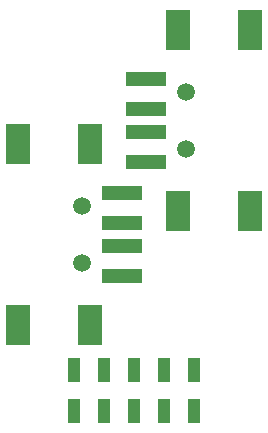
<source format=gbr>
%TF.GenerationSoftware,KiCad,Pcbnew,(5.1.7)-1*%
%TF.CreationDate,2020-10-15T21:52:00-04:00*%
%TF.ProjectId,DanA4UsbBreakout,44616e41-3455-4736-9242-7265616b6f75,rev?*%
%TF.SameCoordinates,Original*%
%TF.FileFunction,Soldermask,Top*%
%TF.FilePolarity,Negative*%
%FSLAX46Y46*%
G04 Gerber Fmt 4.6, Leading zero omitted, Abs format (unit mm)*
G04 Created by KiCad (PCBNEW (5.1.7)-1) date 2020-10-15 21:52:00*
%MOMM*%
%LPD*%
G01*
G04 APERTURE LIST*
%ADD10R,1.000000X2.000000*%
%ADD11R,3.500000X1.250000*%
%ADD12C,1.500000*%
%ADD13R,2.000000X3.500000*%
G04 APERTURE END LIST*
D10*
%TO.C,J1*%
X58674000Y-47498000D03*
X58674000Y-50998000D03*
X56134000Y-47498000D03*
X56134000Y-50998000D03*
X53594000Y-47498000D03*
X53594000Y-50998000D03*
X51054000Y-47498000D03*
X51054000Y-50998000D03*
X48514000Y-47498000D03*
X48514000Y-50998000D03*
%TD*%
D11*
%TO.C,J2*%
X54610000Y-29916000D03*
X54610000Y-27416000D03*
X54610000Y-25416000D03*
X54610000Y-22916000D03*
D12*
X57990000Y-23966000D03*
X57990000Y-28866000D03*
D13*
X57290000Y-18791000D03*
X57290000Y-34041000D03*
X63390000Y-34041000D03*
X63390000Y-18791000D03*
%TD*%
%TO.C,J3*%
X43798000Y-43693000D03*
X43798000Y-28443000D03*
X49898000Y-28443000D03*
X49898000Y-43693000D03*
D12*
X49198000Y-33618000D03*
X49198000Y-38518000D03*
D11*
X52578000Y-39568000D03*
X52578000Y-37068000D03*
X52578000Y-35068000D03*
X52578000Y-32568000D03*
%TD*%
M02*

</source>
